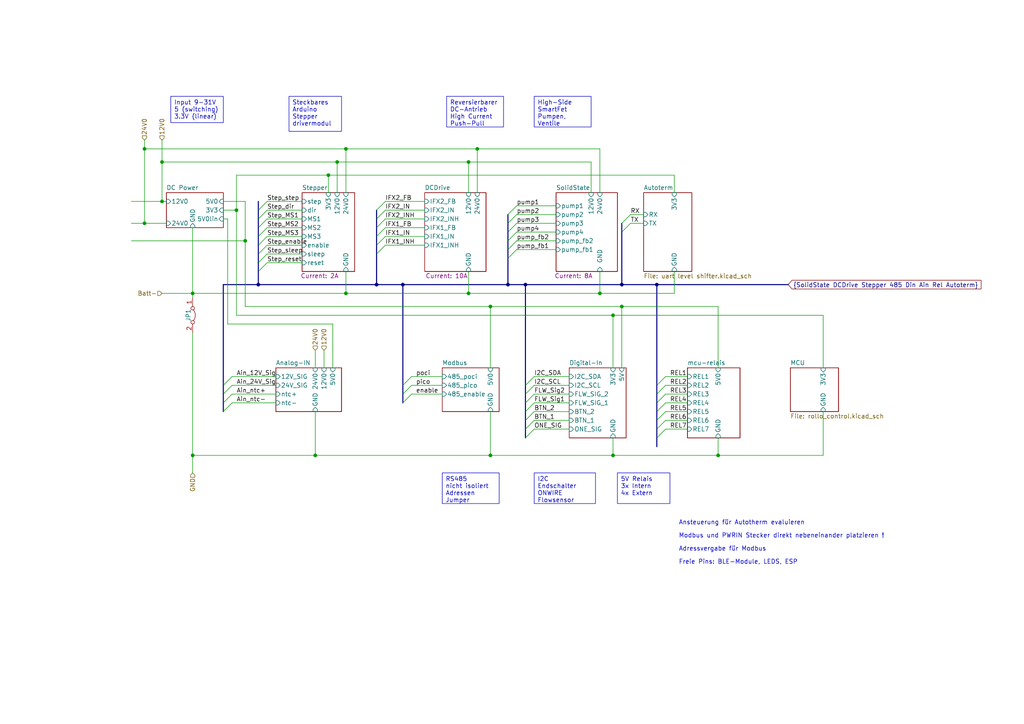
<source format=kicad_sch>
(kicad_sch (version 20230121) (generator eeschema)
  (paper "A4")
  (lib_symbols
    (symbol "Jumper:Jumper_2_Bridged" (pin_names (offset 0) hide)
      (property "Reference" "JP" (at 0 1.905 0))
      (property "Value" "Jumper_2_Bridged" (at 0 -2.54 0))
      (symbol "Jumper_2_Bridged_0_0"
        (circle (center -2.032 0) (radius 0.508))
        (circle (center 2.032 0) (radius 0.508))
      )
      (symbol "Jumper_2_Bridged_0_1"
        (arc (start 1.524 0.254) (mid 0 0.762) (end -1.524 0.254))
      )
      (symbol "Jumper_2_Bridged_1_1"
        (pin passive line (at -5.08 0 0) (length 2.54) (name "A") (number "1"))
        (pin passive line (at 5.08 0 180) (length 2.54) (name "B") (number "2"))
      )
    )
  )
  (bus_alias "Ain" (members "Ain_ntc+" "Ain_ntc-" "Ain_12V_Sig" "Ain_24V_Sig"))
  (bus_alias "485" (members "poci" "pico" "enable" ""))
  (bus_alias "Rel" (members "REL1" "REL2" "REL3" "REL4" "REL5" "REL6" "REL7"))
  (bus_alias "Stepper" (members "Step_step" "Step_dir" "Step_MS1" "Step_MS2" "Step_MS3" "Step_enable" "Step_sleep" "Step_reset"))
  (bus_alias "DCDrive" (members "IFX1_FB" "IFX1_IN" "IFX1_INH" "IFX2_FB" "IFX2_IN" "IFX2_INH"))
  (bus_alias "SolidState" (members "pump1" "pump2" "pump3" "pump4" "pump_fb2" "pump_fb1"))
  (bus_alias "Din" (members "I2C_SDA" "I2C_SCL" "FLW_Sig1" "FLW_Sig2" "BTN_1" "BTN_2" "ONE_SIG" ""))
  (bus_alias "Autoterm" (members "RX" "TX"))
  (junction (at 116.84 82.55))
  (junction (at 41.91 43.18))
  (junction (at 138.43 43.18))
  (junction (at 180.34 88.9))
  (junction (at 147.32 82.55))
  (junction (at 97.79 46.99))
  (junction (at 208.28 132.08))
  (junction (at 142.24 132.08))
  (junction (at 180.34 82.55))
  (junction (at 41.91 64.77))
  (junction (at 152.4 82.55))
  (junction (at 100.33 43.18))
  (junction (at 135.89 46.99))
  (junction (at 91.44 132.08))
  (junction (at 46.99 58.42))
  (junction (at 173.99 85.09))
  (junction (at 100.33 85.09))
  (junction (at 177.8 91.44))
  (junction (at 190.5 82.55))
  (junction (at 109.22 82.55))
  (junction (at 95.25 50.8))
  (junction (at 74.93 82.55))
  (junction (at 142.24 88.9))
  (junction (at 177.8 132.08))
  (junction (at 135.89 85.09))
  (junction (at 46.99 46.99))
  (junction (at 71.12 69.85))
  (junction (at 55.88 85.09))
  (junction (at 55.88 132.08))
  (junction (at 68.58 60.96))
  (bus_entry (at 116.84 114.3) (size 2.54 -2.54))
  (bus_entry (at 74.93 73.66) (size 2.54 -2.54))
  (bus_entry (at 74.93 71.12) (size 2.54 -2.54))
  (bus_entry (at 109.22 68.58) (size 2.54 -2.54))
  (bus_entry (at 147.32 67.31) (size 2.54 -2.54))
  (bus_entry (at 109.22 73.66) (size 2.54 -2.54))
  (bus_entry (at 190.5 111.76) (size 2.54 -2.54))
  (bus_entry (at 147.32 72.39) (size 2.54 -2.54))
  (bus_entry (at 190.5 116.84) (size 2.54 -2.54))
  (bus_entry (at 74.93 63.5) (size 2.54 -2.54))
  (bus_entry (at 147.32 69.85) (size 2.54 -2.54))
  (bus_entry (at 152.4 127) (size 2.54 -2.54))
  (bus_entry (at 152.4 124.46) (size 2.54 -2.54))
  (bus_entry (at 152.4 111.76) (size 2.54 -2.54))
  (bus_entry (at 109.22 60.96) (size 2.54 -2.54))
  (bus_entry (at 180.34 64.77) (size 2.54 -2.54))
  (bus_entry (at 152.4 114.3) (size 2.54 -2.54))
  (bus_entry (at 74.93 78.74) (size 2.54 -2.54))
  (bus_entry (at 116.84 116.84) (size 2.54 -2.54))
  (bus_entry (at 74.93 76.2) (size 2.54 -2.54))
  (bus_entry (at 152.4 119.38) (size 2.54 -2.54))
  (bus_entry (at 190.5 121.92) (size 2.54 -2.54))
  (bus_entry (at 180.34 67.31) (size 2.54 -2.54))
  (bus_entry (at 152.4 121.92) (size 2.54 -2.54))
  (bus_entry (at 190.5 127) (size 2.54 -2.54))
  (bus_entry (at 109.22 71.12) (size 2.54 -2.54))
  (bus_entry (at 152.4 116.84) (size 2.54 -2.54))
  (bus_entry (at 109.22 63.5) (size 2.54 -2.54))
  (bus_entry (at 147.32 74.93) (size 2.54 -2.54))
  (bus_entry (at 74.93 60.96) (size 2.54 -2.54))
  (bus_entry (at 64.77 119.38) (size 2.54 -2.54))
  (bus_entry (at 190.5 124.46) (size 2.54 -2.54))
  (bus_entry (at 64.77 116.84) (size 2.54 -2.54))
  (bus_entry (at 109.22 66.04) (size 2.54 -2.54))
  (bus_entry (at 147.32 62.23) (size 2.54 -2.54))
  (bus_entry (at 64.77 111.76) (size 2.54 -2.54))
  (bus_entry (at 74.93 66.04) (size 2.54 -2.54))
  (bus_entry (at 74.93 68.58) (size 2.54 -2.54))
  (bus_entry (at 190.5 119.38) (size 2.54 -2.54))
  (bus_entry (at 116.84 111.76) (size 2.54 -2.54))
  (bus_entry (at 190.5 114.3) (size 2.54 -2.54))
  (bus_entry (at 64.77 114.3) (size 2.54 -2.54))
  (bus_entry (at 147.32 64.77) (size 2.54 -2.54))
  (wire (pts (xy 67.31 116.84) (xy 80.01 116.84)))
  (wire (pts (xy 67.31 109.22) (xy 80.01 109.22)))
  (wire (pts (xy 238.76 91.44) (xy 238.76 106.68)))
  (bus (pts (xy 116.84 82.55) (xy 109.22 82.55)))
  (wire (pts (xy 149.86 62.23) (xy 161.29 62.23)))
  (wire (pts (xy 238.76 119.38) (xy 238.76 132.08)))
  (bus (pts (xy 152.4 111.76) (xy 152.4 114.3)))
  (bus (pts (xy 190.5 82.55) (xy 190.5 111.76)))
  (bus (pts (xy 190.5 119.38) (xy 190.5 121.92)))
  (wire (pts (xy 71.12 69.85) (xy 71.12 58.42)))
  (bus (pts (xy 190.5 116.84) (xy 190.5 119.38)))
  (wire (pts (xy 97.79 55.88) (xy 97.79 46.99)))
  (wire (pts (xy 193.04 114.3) (xy 199.39 114.3)))
  (bus (pts (xy 180.34 82.55) (xy 190.5 82.55)))
  (bus (pts (xy 147.32 82.55) (xy 116.84 82.55)))
  (wire (pts (xy 173.99 55.88) (xy 173.99 43.18)))
  (wire (pts (xy 149.86 67.31) (xy 161.29 67.31)))
  (bus (pts (xy 152.4 121.92) (xy 152.4 124.46)))
  (wire (pts (xy 64.77 60.96) (xy 68.58 60.96)))
  (wire (pts (xy 135.89 46.99) (xy 171.45 46.99)))
  (wire (pts (xy 55.88 66.04) (xy 55.88 85.09)))
  (wire (pts (xy 46.99 46.99) (xy 46.99 58.42)))
  (bus (pts (xy 64.77 111.76) (xy 64.77 114.3)))
  (bus (pts (xy 147.32 74.93) (xy 147.32 82.55)))
  (wire (pts (xy 91.44 132.08) (xy 142.24 132.08)))
  (wire (pts (xy 173.99 78.74) (xy 173.99 85.09)))
  (bus (pts (xy 64.77 82.55) (xy 64.77 111.76)))
  (wire (pts (xy 193.04 121.92) (xy 199.39 121.92)))
  (bus (pts (xy 109.22 63.5) (xy 109.22 66.04)))
  (bus (pts (xy 147.32 72.39) (xy 147.32 74.93)))
  (bus (pts (xy 74.93 58.42) (xy 74.93 60.96)))
  (bus (pts (xy 109.22 60.96) (xy 109.22 63.5)))
  (wire (pts (xy 100.33 78.74) (xy 100.33 85.09)))
  (wire (pts (xy 182.88 64.77) (xy 186.69 64.77)))
  (bus (pts (xy 147.32 82.55) (xy 152.4 82.55)))
  (wire (pts (xy 96.52 106.68) (xy 96.52 93.98)))
  (wire (pts (xy 67.31 111.76) (xy 80.01 111.76)))
  (wire (pts (xy 100.33 85.09) (xy 135.89 85.09)))
  (bus (pts (xy 152.4 124.46) (xy 152.4 127)))
  (wire (pts (xy 138.43 55.88) (xy 138.43 43.18)))
  (bus (pts (xy 116.84 82.55) (xy 116.84 111.76)))
  (bus (pts (xy 74.93 66.04) (xy 74.93 68.58)))
  (wire (pts (xy 173.99 85.09) (xy 195.58 85.09)))
  (wire (pts (xy 208.28 127) (xy 208.28 132.08)))
  (wire (pts (xy 71.12 58.42) (xy 64.77 58.42)))
  (wire (pts (xy 55.88 132.08) (xy 91.44 132.08)))
  (wire (pts (xy 100.33 43.18) (xy 100.33 55.88)))
  (wire (pts (xy 142.24 132.08) (xy 177.8 132.08)))
  (wire (pts (xy 55.88 85.09) (xy 100.33 85.09)))
  (wire (pts (xy 111.76 63.5) (xy 123.19 63.5)))
  (bus (pts (xy 147.32 64.77) (xy 147.32 67.31)))
  (bus (pts (xy 152.4 82.55) (xy 152.4 111.76)))
  (bus (pts (xy 152.4 119.38) (xy 152.4 121.92)))
  (wire (pts (xy 77.47 73.66) (xy 87.63 73.66)))
  (wire (pts (xy 71.12 88.9) (xy 71.12 69.85)))
  (bus (pts (xy 190.5 82.55) (xy 228.6 82.55)))
  (wire (pts (xy 119.38 109.22) (xy 128.27 109.22)))
  (bus (pts (xy 109.22 73.66) (xy 109.22 82.55)))
  (wire (pts (xy 135.89 55.88) (xy 135.89 46.99)))
  (bus (pts (xy 152.4 114.3) (xy 152.4 116.84)))
  (wire (pts (xy 38.1 64.77) (xy 41.91 64.77)))
  (wire (pts (xy 77.47 58.42) (xy 87.63 58.42)))
  (wire (pts (xy 100.33 43.18) (xy 138.43 43.18)))
  (wire (pts (xy 193.04 116.84) (xy 199.39 116.84)))
  (wire (pts (xy 77.47 63.5) (xy 87.63 63.5)))
  (wire (pts (xy 95.25 50.8) (xy 195.58 50.8)))
  (wire (pts (xy 67.31 114.3) (xy 80.01 114.3)))
  (wire (pts (xy 208.28 132.08) (xy 238.76 132.08)))
  (bus (pts (xy 109.22 68.58) (xy 109.22 71.12)))
  (bus (pts (xy 190.5 114.3) (xy 190.5 116.84)))
  (wire (pts (xy 154.94 124.46) (xy 165.1 124.46)))
  (bus (pts (xy 152.4 82.55) (xy 180.34 82.55)))
  (wire (pts (xy 135.89 85.09) (xy 173.99 85.09)))
  (wire (pts (xy 68.58 60.96) (xy 68.58 50.8)))
  (wire (pts (xy 68.58 60.96) (xy 68.58 91.44)))
  (wire (pts (xy 149.86 69.85) (xy 161.29 69.85)))
  (wire (pts (xy 97.79 46.99) (xy 135.89 46.99)))
  (wire (pts (xy 177.8 132.08) (xy 208.28 132.08)))
  (bus (pts (xy 109.22 82.55) (xy 74.93 82.55)))
  (bus (pts (xy 74.93 60.96) (xy 74.93 63.5)))
  (wire (pts (xy 154.94 119.38) (xy 165.1 119.38)))
  (wire (pts (xy 154.94 114.3) (xy 165.1 114.3)))
  (bus (pts (xy 109.22 66.04) (xy 109.22 68.58)))
  (wire (pts (xy 95.25 50.8) (xy 95.25 55.88)))
  (wire (pts (xy 142.24 119.38) (xy 142.24 132.08)))
  (bus (pts (xy 190.5 127) (xy 190.5 129.54)))
  (bus (pts (xy 74.93 68.58) (xy 74.93 71.12)))
  (wire (pts (xy 55.88 96.52) (xy 55.88 132.08)))
  (wire (pts (xy 77.47 60.96) (xy 87.63 60.96)))
  (wire (pts (xy 91.44 101.6) (xy 91.44 106.68)))
  (wire (pts (xy 111.76 58.42) (xy 123.19 58.42)))
  (wire (pts (xy 149.86 64.77) (xy 161.29 64.77)))
  (wire (pts (xy 111.76 66.04) (xy 123.19 66.04)))
  (bus (pts (xy 109.22 71.12) (xy 109.22 73.66)))
  (wire (pts (xy 93.98 101.6) (xy 93.98 106.68)))
  (bus (pts (xy 116.84 114.3) (xy 116.84 116.84)))
  (bus (pts (xy 74.93 76.2) (xy 74.93 78.74)))
  (wire (pts (xy 55.88 86.36) (xy 55.88 85.09)))
  (wire (pts (xy 154.94 116.84) (xy 165.1 116.84)))
  (wire (pts (xy 154.94 111.76) (xy 165.1 111.76)))
  (wire (pts (xy 154.94 121.92) (xy 165.1 121.92)))
  (wire (pts (xy 46.99 58.42) (xy 48.26 58.42)))
  (wire (pts (xy 180.34 88.9) (xy 208.28 88.9)))
  (bus (pts (xy 64.77 114.3) (xy 64.77 116.84)))
  (bus (pts (xy 180.34 67.31) (xy 180.34 82.55)))
  (wire (pts (xy 111.76 60.96) (xy 123.19 60.96)))
  (wire (pts (xy 193.04 124.46) (xy 199.39 124.46)))
  (wire (pts (xy 66.04 93.98) (xy 66.04 63.5)))
  (wire (pts (xy 41.91 40.64) (xy 41.91 43.18)))
  (wire (pts (xy 149.86 59.69) (xy 161.29 59.69)))
  (bus (pts (xy 74.93 73.66) (xy 74.93 76.2)))
  (wire (pts (xy 46.99 46.99) (xy 97.79 46.99)))
  (wire (pts (xy 177.8 106.68) (xy 177.8 91.44)))
  (wire (pts (xy 41.91 43.18) (xy 100.33 43.18)))
  (bus (pts (xy 147.32 67.31) (xy 147.32 69.85)))
  (wire (pts (xy 77.47 68.58) (xy 87.63 68.58)))
  (wire (pts (xy 38.1 58.42) (xy 46.99 58.42)))
  (wire (pts (xy 142.24 88.9) (xy 71.12 88.9)))
  (wire (pts (xy 55.88 137.16) (xy 55.88 132.08)))
  (bus (pts (xy 74.93 71.12) (xy 74.93 73.66)))
  (wire (pts (xy 135.89 78.74) (xy 135.89 85.09)))
  (bus (pts (xy 74.93 63.5) (xy 74.93 66.04)))
  (wire (pts (xy 149.86 72.39) (xy 161.29 72.39)))
  (wire (pts (xy 182.88 62.23) (xy 186.69 62.23)))
  (wire (pts (xy 96.52 93.98) (xy 66.04 93.98)))
  (wire (pts (xy 91.44 119.38) (xy 91.44 132.08)))
  (wire (pts (xy 138.43 43.18) (xy 173.99 43.18)))
  (wire (pts (xy 66.04 63.5) (xy 64.77 63.5)))
  (bus (pts (xy 116.84 111.76) (xy 116.84 114.3)))
  (bus (pts (xy 190.5 121.92) (xy 190.5 124.46)))
  (wire (pts (xy 68.58 50.8) (xy 95.25 50.8)))
  (wire (pts (xy 193.04 111.76) (xy 199.39 111.76)))
  (wire (pts (xy 46.99 85.09) (xy 55.88 85.09)))
  (wire (pts (xy 111.76 71.12) (xy 123.19 71.12)))
  (bus (pts (xy 74.93 82.55) (xy 64.77 82.55)))
  (wire (pts (xy 171.45 55.88) (xy 171.45 46.99)))
  (wire (pts (xy 154.94 109.22) (xy 165.1 109.22)))
  (wire (pts (xy 195.58 78.74) (xy 195.58 85.09)))
  (wire (pts (xy 180.34 88.9) (xy 180.34 106.68)))
  (bus (pts (xy 74.93 78.74) (xy 74.93 82.55)))
  (wire (pts (xy 77.47 71.12) (xy 87.63 71.12)))
  (wire (pts (xy 142.24 88.9) (xy 180.34 88.9)))
  (wire (pts (xy 77.47 76.2) (xy 87.63 76.2)))
  (wire (pts (xy 46.99 40.64) (xy 46.99 46.99)))
  (wire (pts (xy 119.38 114.3) (xy 128.27 114.3)))
  (bus (pts (xy 147.32 62.23) (xy 147.32 64.77)))
  (wire (pts (xy 142.24 88.9) (xy 142.24 106.68)))
  (wire (pts (xy 208.28 106.68) (xy 208.28 88.9)))
  (bus (pts (xy 147.32 69.85) (xy 147.32 72.39)))
  (bus (pts (xy 64.77 116.84) (xy 64.77 119.38)))
  (wire (pts (xy 238.76 91.44) (xy 177.8 91.44)))
  (wire (pts (xy 195.58 55.88) (xy 195.58 50.8)))
  (wire (pts (xy 177.8 127) (xy 177.8 132.08)))
  (wire (pts (xy 119.38 111.76) (xy 128.27 111.76)))
  (bus (pts (xy 152.4 116.84) (xy 152.4 119.38)))
  (wire (pts (xy 77.47 66.04) (xy 87.63 66.04)))
  (wire (pts (xy 38.1 69.85) (xy 71.12 69.85)))
  (wire (pts (xy 41.91 64.77) (xy 48.26 64.77)))
  (wire (pts (xy 193.04 109.22) (xy 199.39 109.22)))
  (wire (pts (xy 111.76 68.58) (xy 123.19 68.58)))
  (bus (pts (xy 190.5 111.76) (xy 190.5 114.3)))
  (wire (pts (xy 177.8 91.44) (xy 68.58 91.44)))
  (wire (pts (xy 41.91 43.18) (xy 41.91 64.77)))
  (wire (pts (xy 193.04 119.38) (xy 199.39 119.38)))
  (bus (pts (xy 190.5 124.46) (xy 190.5 127)))
  (bus (pts (xy 180.34 64.77) (xy 180.34 67.31)))
  (text_box "Reversierbarer DC-Antrieb\nHigh Current Push-Pull\n" (at 129.54 27.94 0) (size 16.51 8.89) (effects (font (size 1.27 1.27)) (justify left top)))
  (text_box "Steckbares\nArduino \nStepper\ndrivermodul\n" (at 83.82 27.94 0) (size 15.24 10.16) (effects (font (size 1.27 1.27)) (justify left top)))
  (text_box "Input 9-31V\n5 (switching)\n3.3V (linear)\n" (at 49.53 27.94 0) (size 15.24 7.62) (effects (font (size 1.27 1.27)) (justify left top)))
  (text_box "High-Side\nSmartFet\nPumpen,\nVentile\n\n" (at 154.94 27.94 0) (size 16.51 8.89) (effects (font (size 1.27 1.27)) (justify left top)))
  (text_box "5V Relais\n3x Intern\n4x Extern\n" (at 179.07 137.16 0) (size 15.24 8.89) (effects (font (size 1.27 1.27)) (justify left top)))
  (text_box "RS485\nnicht isoliert\nAdressen Jumper\n" (at 128.27 137.16 0) (size 16.51 8.89) (effects (font (size 1.27 1.27)) (justify left top)))
  (text_box "I2C\nEndschalter\nONWIRE\nFlowsensor\n" (at 154.94 137.16 0) (size 17.78 8.89) (effects (font (size 1.27 1.27)) (justify left top)))
  (text "Ansteuerung für Autotherm evaluieren\n" (at 196.85 152.4 0) (effects (font (size 1.27 1.27)) (justify left bottom)))
  (text "Freie Pins: BLE-Module, LEDS, ESP" (at 196.85 163.83 0) (effects (font (size 1.27 1.27)) (justify left bottom)))
  (text "Adressvergabe für Modbus" (at 196.85 160.02 0) (effects (font (size 1.27 1.27)) (justify left bottom)))
  (text "Modbus und PWRIN Stecker direkt nebeneinander platzieren !" (at 196.85 156.21 0) (effects (font (size 1.27 1.27)) (justify left bottom)))
  (label "FLW_Sig2" (at 154.94 114.3 0))
  (label "pump_fb2" (at 149.86 69.85 0))
  (label "IFX1_FB" (at 111.76 66.04 0))
  (label "BTN_2" (at 154.94 119.38 0))
  (label "pump2" (at 149.86 62.23 0))
  (label "ONE_SIG" (at 154.94 124.46 0))
  (label "enable" (at 120.65 114.3 0))
  (label "I2C_SDA" (at 154.94 109.22 0))
  (label "REL3" (at 194.31 114.3 0))
  (label "REL7" (at 194.31 124.46 0))
  (label "FLW_Sig1" (at 154.94 116.84 0))
  (label "REL6" (at 194.31 121.92 0))
  (label "Step_MS2" (at 77.47 66.04 0))
  (label "Ain_24V_Sig" (at 68.58 111.76 0))
  (label "I2C_SCL" (at 154.94 111.76 0))
  (label "Ain_ntc-" (at 68.58 116.84 0))
  (label "REL4" (at 194.31 116.84 0))
  (label "Step_MS1" (at 77.47 63.5 0))
  (label "pump1" (at 149.86 59.69 0))
  (label "pico" (at 120.65 111.76 0))
  (label "Step_reset" (at 77.47 76.2 0))
  (label "Step_dir" (at 77.47 60.96 0))
  (label "IFX2_FB" (at 111.76 58.42 0))
  (label "REL2" (at 194.31 111.76 0))
  (label "IFX1_INH" (at 111.76 71.12 0))
  (label "Step_step" (at 77.47 58.42 0))
  (label "IFX2_INH" (at 111.76 63.5 0))
  (label "pump_fb1" (at 149.86 72.39 0))
  (label "Step_MS3" (at 77.47 68.58 0))
  (label "Step_enable" (at 77.47 71.12 0))
  (label "REL1" (at 194.31 109.22 0))
  (label "RX" (at 182.88 62.23 0))
  (label "BTN_1" (at 154.94 121.92 0))
  (label "Step_sleep" (at 77.47 73.66 0))
  (label "REL5" (at 194.31 119.38 0))
  (label "pump3" (at 149.86 64.77 0))
  (label "poci" (at 120.65 109.22 0))
  (label "pump4" (at 149.86 67.31 0))
  (label "Ain_12V_Sig" (at 68.58 109.22 0))
  (label "Ain_ntc+" (at 68.58 114.3 0))
  (label "TX" (at 182.88 64.77 0))
  (label "IFX1_IN" (at 111.76 68.58 0))
  (label "IFX2_IN" (at 111.76 60.96 0))
  (global_label "{SolidState DCDrive Stepper 485 Din Ain Rel Autoterm}" (shape input) (at 228.6 82.55 0) (property "Intersheetrefs" "${INTERSHEET_REFS}" (effects hide)))
  (hierarchical_label "12V0" (shape input) (at 46.99 40.64 90))
  (hierarchical_label "12V0" (shape input) (at 93.98 101.6 90))
  (hierarchical_label "GND" (shape input) (at 55.88 137.16 270))
  (hierarchical_label "24V0" (shape input) (at 41.91 40.64 90))
  (hierarchical_label "Batt-" (shape input) (at 46.99 85.09 180))
  (hierarchical_label "24V0" (shape input) (at 91.44 101.6 90))
  (symbol (lib_id "Jumper:Jumper_2_Bridged") (at 55.88 91.44 270) (unit 1)
    (property "Reference" "JP1" (at 54.61 91.44 0))
    (property "Value" "Jumper_2_Bridged" (effects hide))
  )
  (sheet (at 161.29 55.88) (size 17.78 22.86) (stroke (width 0.1524))
    (property "Sheetname" "SolidState" (at 161.29 55.1684 0) (effects (justify left bottom)))
    (property "Sheetfile" "BTS724G.kicad_sch" (effects hide))
    (property "Current" "8A" (at 166.37 80.01 0) (show_name))
    (pin "12V0" input (at 171.45 55.88 90))
    (pin "24V0" input (at 173.99 55.88 90))
    (pin "pump1" input (at 161.29 59.69 180))
    (pin "pump2" input (at 161.29 62.23 180))
    (pin "pump3" input (at 161.29 64.77 180))
    (pin "pump4" input (at 161.29 67.31 180))
    (pin "pump_fb2" input (at 161.29 69.85 180))
    (pin "pump_fb1" input (at 161.29 72.39 180))
    (pin " GND" input (at 173.99 78.74 270))
  )
  (sheet (at 165.1 106.68) (size 16.51 20.32) (stroke (width 0.1524))
    (property "Sheetname" "Digital-In" (at 165.1 105.9684 0) (effects (justify left bottom)))
    (property "Sheetfile" "Digital input.kicad_sch" (effects hide))
    (pin "I2C_SCL" input (at 165.1 111.76 180))
    (pin "I2C_SDA" input (at 165.1 109.22 180))
    (pin "ONE_SIG" input (at 165.1 124.46 180))
    (pin "BTN_2" input (at 165.1 119.38 180))
    (pin "BTN_1" input (at 165.1 121.92 180))
    (pin "GND" input (at 177.8 127 270))
    (pin "3V3" input (at 177.8 106.68 90))
    (pin "5V" input (at 180.34 106.68 90))
    (pin "FLW_SIG_2" input (at 165.1 114.3 180))
    (pin "FLW_SIG_1" input (at 165.1 116.84 180))
  )
  (sheet (at 186.69 55.88) (size 13.97 22.86) (stroke (width 0.1524))
    (property "Sheetname" "Autoterm" (at 186.69 55.1684 0) (effects (justify left bottom)))
    (property "Sheetfile" "uart level shifter.kicad_sch" (at 186.69 79.3246 0) (effects (justify left top)))
    (pin "GND" input (at 195.58 78.74 270))
    (pin "3V3" input (at 195.58 55.88 90))
    (pin "RX" input (at 186.69 62.23 180))
    (pin "TX" input (at 186.69 64.77 180))
  )
  (sheet (at 80.01 106.68) (size 19.05 12.7) (stroke (width 0.1524))
    (property "Sheetname" "Analog-IN" (at 80.01 105.9684 0) (effects (justify left bottom)))
    (property "Sheetfile" "Analog24-12.kicad_sch" (effects hide))
    (pin "12V_SIG" input (at 80.01 109.22 180))
    (pin "24V0" input (at 91.44 106.68 90))
    (pin "24V_SIG" input (at 80.01 111.76 180))
    (pin "12V0" input (at 93.98 106.68 90))
    (pin "GND" input (at 91.44 119.38 270))
    (pin "5V0" input (at 96.52 106.68 90))
    (pin "ntc+" input (at 80.01 114.3 180))
    (pin "ntc-" input (at 80.01 116.84 180))
  )
  (sheet (at 123.19 55.88) (size 17.78 22.86) (stroke (width 0.1524))
    (property "Sheetname" "DCDrive" (at 123.19 55.1684 0) (effects (justify left bottom)))
    (property "Sheetfile" "reversing_dc.kicad_sch" (effects hide))
    (property "Current" "10A" (at 129.54 80.01 0) (show_name))
    (pin "IFX2_FB" input (at 123.19 58.42 180))
    (pin "GND" input (at 135.89 78.74 270))
    (pin "IFX2_IN" input (at 123.19 60.96 180))
    (pin "IFX2_INH" input (at 123.19 63.5 180))
    (pin "IFX1_FB" input (at 123.19 66.04 180))
    (pin "IFX1_IN" input (at 123.19 68.58 180))
    (pin "IFX1_INH" input (at 123.19 71.12 180))
    (pin "12V0" input (at 135.89 55.88 90))
    (pin "24V0" input (at 138.43 55.88 90))
  )
  (sheet (at 48.26 55.88) (size 16.51 10.16) (stroke (width 0.1524))
    (property "Sheetname" "DC Power" (at 48.26 55.1684 0) (effects (justify left bottom)))
    (property "Sheetfile" "5V_3V3 DCDC.kicad_sch" (effects hide))
    (pin "GND" input (at 55.88 66.04 270))
    (pin "5V0" input (at 64.77 58.42 0))
    (pin "3V3" input (at 64.77 60.96 0))
    (pin "12V0" input (at 48.26 58.42 180))
    (pin "24V0" input (at 48.26 64.77 180))
    (pin "5V0lin" input (at 64.77 63.5 0))
  )
  (sheet (at 229.235 106.68) (size 13.97 12.7) (stroke (width 0.1524))
    (property "Sheetname" "MCU" (at 229.235 105.9684 0) (effects (justify left bottom)))
    (property "Sheetfile" "rollo_control.kicad_sch" (at 229.235 119.9646 0) (effects (justify left top)))
    (pin "3V3" input (at 238.76 106.68 90))
    (pin "GND" input (at 238.76 119.38 270))
  )
  (sheet (at 128.27 106.68) (size 16.51 12.7) (stroke (width 0.1524))
    (property "Sheetname" "Modbus" (at 128.27 105.9684 0) (effects (justify left bottom)))
    (property "Sheetfile" "RS485niso.kicad_sch" (effects hide))
    (pin "GND" input (at 142.24 119.38 270))
    (pin "485_poci" input (at 128.27 109.22 180))
    (pin "485_pico" input (at 128.27 111.76 180))
    (pin "485_enable" input (at 128.27 114.3 180))
    (pin "5V0" input (at 142.24 106.68 90))
  )
  (sheet (at 87.63 55.88) (size 15.24 22.86) (stroke (width 0.1524))
    (property "Sheetname" "Stepper" (at 87.63 55.1684 0) (effects (justify left bottom)))
    (property "Sheetfile" "A4988Stepper.kicad_sch" (effects hide))
    (property "Current" "2A" (at 92.71 80.01 0) (show_name))
    (pin "3V3" input (at 95.25 55.88 90))
    (pin "MS3" input (at 87.63 68.58 180))
    (pin "dir" input (at 87.63 60.96 180))
    (pin "MS1" input (at 87.63 63.5 180))
    (pin "MS2" input (at 87.63 66.04 180))
    (pin "12V0" input (at 97.79 55.88 90))
    (pin "24V0" input (at 100.33 55.88 90))
    (pin "enable" input (at 87.63 71.12 180))
    (pin "sleep" input (at 87.63 73.66 180))
    (pin "step" input (at 87.63 58.42 180))
    (pin "reset" input (at 87.63 76.2 180))
    (pin "GND" input (at 100.33 78.74 270))
  )
  (sheet (at 199.39 106.68) (size 15.24 20.32) (stroke (width 0.1524))
    (property "Sheetname" "mcu-relais" (at 199.39 105.9684 0) (effects (justify left bottom)))
    (property "Sheetfile" "relaisausgaenge.kicad_sch" (effects hide))
    (pin "5V0" input (at 208.28 106.68 90))
    (pin "GND" input (at 208.28 127 270))
    (pin "REL1" input (at 199.39 109.22 180))
    (pin "REL2" input (at 199.39 111.76 180))
    (pin "REL3" input (at 199.39 114.3 180))
    (pin "REL4" input (at 199.39 116.84 180))
    (pin "REL5" input (at 199.39 119.38 180))
    (pin "REL6" input (at 199.39 121.92 180))
    (pin "REL7" input (at 199.39 124.46 180))
  )
)
</source>
